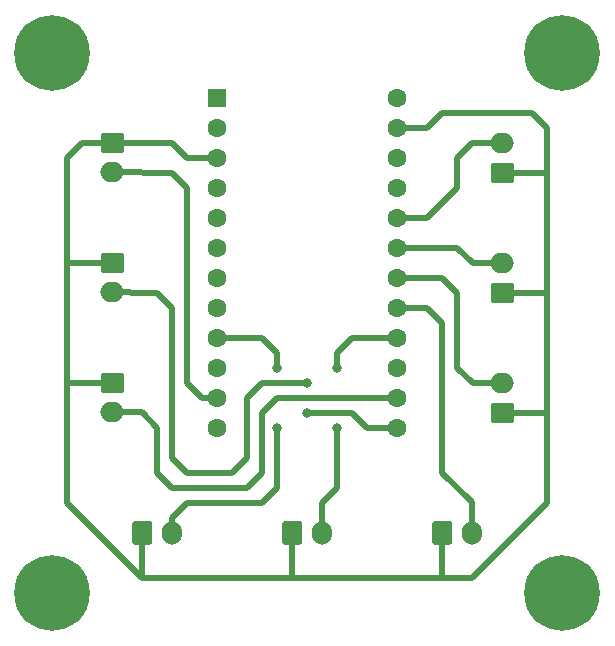
<source format=gbr>
G04 #@! TF.GenerationSoftware,KiCad,Pcbnew,(5.1.5)-3*
G04 #@! TF.CreationDate,2020-03-31T15:12:15+09:00*
G04 #@! TF.ProjectId,sif,7369662e-6b69-4636-9164-5f7063625858,rev?*
G04 #@! TF.SameCoordinates,Original*
G04 #@! TF.FileFunction,Copper,L2,Bot*
G04 #@! TF.FilePolarity,Positive*
%FSLAX46Y46*%
G04 Gerber Fmt 4.6, Leading zero omitted, Abs format (unit mm)*
G04 Created by KiCad (PCBNEW (5.1.5)-3) date 2020-03-31 15:12:15*
%MOMM*%
%LPD*%
G04 APERTURE LIST*
%ADD10C,1.600000*%
%ADD11R,1.600000X1.600000*%
%ADD12C,0.800000*%
%ADD13C,6.400000*%
%ADD14C,0.150000*%
%ADD15O,2.000000X1.700000*%
%ADD16O,1.700000X2.000000*%
%ADD17C,0.500000*%
G04 APERTURE END LIST*
D10*
X45720000Y-20320000D03*
X45720000Y-22860000D03*
X45720000Y-25400000D03*
X45720000Y-27940000D03*
X45720000Y-30480000D03*
X45720000Y-33020000D03*
X45720000Y-35560000D03*
X45720000Y-38100000D03*
X45720000Y-40640000D03*
X45720000Y-43180000D03*
X45720000Y-45720000D03*
X45720000Y-48260000D03*
X30480000Y-48260000D03*
X30480000Y-45720000D03*
X30480000Y-43180000D03*
X30480000Y-40640000D03*
X30480000Y-38100000D03*
X30480000Y-35560000D03*
X30480000Y-33020000D03*
X30480000Y-30480000D03*
X30480000Y-27940000D03*
X30480000Y-25400000D03*
X30480000Y-22860000D03*
D11*
X30480000Y-20320000D03*
D12*
X61387056Y-60532944D03*
X59690000Y-59830000D03*
X57992944Y-60532944D03*
X57290000Y-62230000D03*
X57992944Y-63927056D03*
X59690000Y-64630000D03*
X61387056Y-63927056D03*
X62090000Y-62230000D03*
D13*
X59690000Y-62230000D03*
D12*
X18207056Y-60532944D03*
X16510000Y-59830000D03*
X14812944Y-60532944D03*
X14110000Y-62230000D03*
X14812944Y-63927056D03*
X16510000Y-64630000D03*
X18207056Y-63927056D03*
X18910000Y-62230000D03*
D13*
X16510000Y-62230000D03*
D12*
X18207056Y-14812944D03*
X16510000Y-14110000D03*
X14812944Y-14812944D03*
X14110000Y-16510000D03*
X14812944Y-18207056D03*
X16510000Y-18910000D03*
X18207056Y-18207056D03*
X18910000Y-16510000D03*
D13*
X16510000Y-16510000D03*
D12*
X61387056Y-14812944D03*
X59690000Y-14110000D03*
X57992944Y-14812944D03*
X57290000Y-16510000D03*
X57992944Y-18207056D03*
X59690000Y-18910000D03*
X61387056Y-18207056D03*
X62090000Y-16510000D03*
D13*
X59690000Y-16510000D03*
G04 #@! TA.AperFunction,ComponentPad*
D14*
G36*
X55384504Y-46141204D02*
G01*
X55408773Y-46144804D01*
X55432571Y-46150765D01*
X55455671Y-46159030D01*
X55477849Y-46169520D01*
X55498893Y-46182133D01*
X55518598Y-46196747D01*
X55536777Y-46213223D01*
X55553253Y-46231402D01*
X55567867Y-46251107D01*
X55580480Y-46272151D01*
X55590970Y-46294329D01*
X55599235Y-46317429D01*
X55605196Y-46341227D01*
X55608796Y-46365496D01*
X55610000Y-46390000D01*
X55610000Y-47590000D01*
X55608796Y-47614504D01*
X55605196Y-47638773D01*
X55599235Y-47662571D01*
X55590970Y-47685671D01*
X55580480Y-47707849D01*
X55567867Y-47728893D01*
X55553253Y-47748598D01*
X55536777Y-47766777D01*
X55518598Y-47783253D01*
X55498893Y-47797867D01*
X55477849Y-47810480D01*
X55455671Y-47820970D01*
X55432571Y-47829235D01*
X55408773Y-47835196D01*
X55384504Y-47838796D01*
X55360000Y-47840000D01*
X53860000Y-47840000D01*
X53835496Y-47838796D01*
X53811227Y-47835196D01*
X53787429Y-47829235D01*
X53764329Y-47820970D01*
X53742151Y-47810480D01*
X53721107Y-47797867D01*
X53701402Y-47783253D01*
X53683223Y-47766777D01*
X53666747Y-47748598D01*
X53652133Y-47728893D01*
X53639520Y-47707849D01*
X53629030Y-47685671D01*
X53620765Y-47662571D01*
X53614804Y-47638773D01*
X53611204Y-47614504D01*
X53610000Y-47590000D01*
X53610000Y-46390000D01*
X53611204Y-46365496D01*
X53614804Y-46341227D01*
X53620765Y-46317429D01*
X53629030Y-46294329D01*
X53639520Y-46272151D01*
X53652133Y-46251107D01*
X53666747Y-46231402D01*
X53683223Y-46213223D01*
X53701402Y-46196747D01*
X53721107Y-46182133D01*
X53742151Y-46169520D01*
X53764329Y-46159030D01*
X53787429Y-46150765D01*
X53811227Y-46144804D01*
X53835496Y-46141204D01*
X53860000Y-46140000D01*
X55360000Y-46140000D01*
X55384504Y-46141204D01*
G37*
G04 #@! TD.AperFunction*
D15*
X54610000Y-44490000D03*
G04 #@! TA.AperFunction,ComponentPad*
D14*
G36*
X50154504Y-56151204D02*
G01*
X50178773Y-56154804D01*
X50202571Y-56160765D01*
X50225671Y-56169030D01*
X50247849Y-56179520D01*
X50268893Y-56192133D01*
X50288598Y-56206747D01*
X50306777Y-56223223D01*
X50323253Y-56241402D01*
X50337867Y-56261107D01*
X50350480Y-56282151D01*
X50360970Y-56304329D01*
X50369235Y-56327429D01*
X50375196Y-56351227D01*
X50378796Y-56375496D01*
X50380000Y-56400000D01*
X50380000Y-57900000D01*
X50378796Y-57924504D01*
X50375196Y-57948773D01*
X50369235Y-57972571D01*
X50360970Y-57995671D01*
X50350480Y-58017849D01*
X50337867Y-58038893D01*
X50323253Y-58058598D01*
X50306777Y-58076777D01*
X50288598Y-58093253D01*
X50268893Y-58107867D01*
X50247849Y-58120480D01*
X50225671Y-58130970D01*
X50202571Y-58139235D01*
X50178773Y-58145196D01*
X50154504Y-58148796D01*
X50130000Y-58150000D01*
X48930000Y-58150000D01*
X48905496Y-58148796D01*
X48881227Y-58145196D01*
X48857429Y-58139235D01*
X48834329Y-58130970D01*
X48812151Y-58120480D01*
X48791107Y-58107867D01*
X48771402Y-58093253D01*
X48753223Y-58076777D01*
X48736747Y-58058598D01*
X48722133Y-58038893D01*
X48709520Y-58017849D01*
X48699030Y-57995671D01*
X48690765Y-57972571D01*
X48684804Y-57948773D01*
X48681204Y-57924504D01*
X48680000Y-57900000D01*
X48680000Y-56400000D01*
X48681204Y-56375496D01*
X48684804Y-56351227D01*
X48690765Y-56327429D01*
X48699030Y-56304329D01*
X48709520Y-56282151D01*
X48722133Y-56261107D01*
X48736747Y-56241402D01*
X48753223Y-56223223D01*
X48771402Y-56206747D01*
X48791107Y-56192133D01*
X48812151Y-56179520D01*
X48834329Y-56169030D01*
X48857429Y-56160765D01*
X48881227Y-56154804D01*
X48905496Y-56151204D01*
X48930000Y-56150000D01*
X50130000Y-56150000D01*
X50154504Y-56151204D01*
G37*
G04 #@! TD.AperFunction*
D16*
X52030000Y-57150000D03*
D15*
X54610000Y-34330000D03*
G04 #@! TA.AperFunction,ComponentPad*
D14*
G36*
X55384504Y-35981204D02*
G01*
X55408773Y-35984804D01*
X55432571Y-35990765D01*
X55455671Y-35999030D01*
X55477849Y-36009520D01*
X55498893Y-36022133D01*
X55518598Y-36036747D01*
X55536777Y-36053223D01*
X55553253Y-36071402D01*
X55567867Y-36091107D01*
X55580480Y-36112151D01*
X55590970Y-36134329D01*
X55599235Y-36157429D01*
X55605196Y-36181227D01*
X55608796Y-36205496D01*
X55610000Y-36230000D01*
X55610000Y-37430000D01*
X55608796Y-37454504D01*
X55605196Y-37478773D01*
X55599235Y-37502571D01*
X55590970Y-37525671D01*
X55580480Y-37547849D01*
X55567867Y-37568893D01*
X55553253Y-37588598D01*
X55536777Y-37606777D01*
X55518598Y-37623253D01*
X55498893Y-37637867D01*
X55477849Y-37650480D01*
X55455671Y-37660970D01*
X55432571Y-37669235D01*
X55408773Y-37675196D01*
X55384504Y-37678796D01*
X55360000Y-37680000D01*
X53860000Y-37680000D01*
X53835496Y-37678796D01*
X53811227Y-37675196D01*
X53787429Y-37669235D01*
X53764329Y-37660970D01*
X53742151Y-37650480D01*
X53721107Y-37637867D01*
X53701402Y-37623253D01*
X53683223Y-37606777D01*
X53666747Y-37588598D01*
X53652133Y-37568893D01*
X53639520Y-37547849D01*
X53629030Y-37525671D01*
X53620765Y-37502571D01*
X53614804Y-37478773D01*
X53611204Y-37454504D01*
X53610000Y-37430000D01*
X53610000Y-36230000D01*
X53611204Y-36205496D01*
X53614804Y-36181227D01*
X53620765Y-36157429D01*
X53629030Y-36134329D01*
X53639520Y-36112151D01*
X53652133Y-36091107D01*
X53666747Y-36071402D01*
X53683223Y-36053223D01*
X53701402Y-36036747D01*
X53721107Y-36022133D01*
X53742151Y-36009520D01*
X53764329Y-35999030D01*
X53787429Y-35990765D01*
X53811227Y-35984804D01*
X53835496Y-35981204D01*
X53860000Y-35980000D01*
X55360000Y-35980000D01*
X55384504Y-35981204D01*
G37*
G04 #@! TD.AperFunction*
G04 #@! TA.AperFunction,ComponentPad*
G36*
X55384504Y-25821204D02*
G01*
X55408773Y-25824804D01*
X55432571Y-25830765D01*
X55455671Y-25839030D01*
X55477849Y-25849520D01*
X55498893Y-25862133D01*
X55518598Y-25876747D01*
X55536777Y-25893223D01*
X55553253Y-25911402D01*
X55567867Y-25931107D01*
X55580480Y-25952151D01*
X55590970Y-25974329D01*
X55599235Y-25997429D01*
X55605196Y-26021227D01*
X55608796Y-26045496D01*
X55610000Y-26070000D01*
X55610000Y-27270000D01*
X55608796Y-27294504D01*
X55605196Y-27318773D01*
X55599235Y-27342571D01*
X55590970Y-27365671D01*
X55580480Y-27387849D01*
X55567867Y-27408893D01*
X55553253Y-27428598D01*
X55536777Y-27446777D01*
X55518598Y-27463253D01*
X55498893Y-27477867D01*
X55477849Y-27490480D01*
X55455671Y-27500970D01*
X55432571Y-27509235D01*
X55408773Y-27515196D01*
X55384504Y-27518796D01*
X55360000Y-27520000D01*
X53860000Y-27520000D01*
X53835496Y-27518796D01*
X53811227Y-27515196D01*
X53787429Y-27509235D01*
X53764329Y-27500970D01*
X53742151Y-27490480D01*
X53721107Y-27477867D01*
X53701402Y-27463253D01*
X53683223Y-27446777D01*
X53666747Y-27428598D01*
X53652133Y-27408893D01*
X53639520Y-27387849D01*
X53629030Y-27365671D01*
X53620765Y-27342571D01*
X53614804Y-27318773D01*
X53611204Y-27294504D01*
X53610000Y-27270000D01*
X53610000Y-26070000D01*
X53611204Y-26045496D01*
X53614804Y-26021227D01*
X53620765Y-25997429D01*
X53629030Y-25974329D01*
X53639520Y-25952151D01*
X53652133Y-25931107D01*
X53666747Y-25911402D01*
X53683223Y-25893223D01*
X53701402Y-25876747D01*
X53721107Y-25862133D01*
X53742151Y-25849520D01*
X53764329Y-25839030D01*
X53787429Y-25830765D01*
X53811227Y-25824804D01*
X53835496Y-25821204D01*
X53860000Y-25820000D01*
X55360000Y-25820000D01*
X55384504Y-25821204D01*
G37*
G04 #@! TD.AperFunction*
D15*
X54610000Y-24170000D03*
G04 #@! TA.AperFunction,ComponentPad*
D14*
G36*
X37454504Y-56151204D02*
G01*
X37478773Y-56154804D01*
X37502571Y-56160765D01*
X37525671Y-56169030D01*
X37547849Y-56179520D01*
X37568893Y-56192133D01*
X37588598Y-56206747D01*
X37606777Y-56223223D01*
X37623253Y-56241402D01*
X37637867Y-56261107D01*
X37650480Y-56282151D01*
X37660970Y-56304329D01*
X37669235Y-56327429D01*
X37675196Y-56351227D01*
X37678796Y-56375496D01*
X37680000Y-56400000D01*
X37680000Y-57900000D01*
X37678796Y-57924504D01*
X37675196Y-57948773D01*
X37669235Y-57972571D01*
X37660970Y-57995671D01*
X37650480Y-58017849D01*
X37637867Y-58038893D01*
X37623253Y-58058598D01*
X37606777Y-58076777D01*
X37588598Y-58093253D01*
X37568893Y-58107867D01*
X37547849Y-58120480D01*
X37525671Y-58130970D01*
X37502571Y-58139235D01*
X37478773Y-58145196D01*
X37454504Y-58148796D01*
X37430000Y-58150000D01*
X36230000Y-58150000D01*
X36205496Y-58148796D01*
X36181227Y-58145196D01*
X36157429Y-58139235D01*
X36134329Y-58130970D01*
X36112151Y-58120480D01*
X36091107Y-58107867D01*
X36071402Y-58093253D01*
X36053223Y-58076777D01*
X36036747Y-58058598D01*
X36022133Y-58038893D01*
X36009520Y-58017849D01*
X35999030Y-57995671D01*
X35990765Y-57972571D01*
X35984804Y-57948773D01*
X35981204Y-57924504D01*
X35980000Y-57900000D01*
X35980000Y-56400000D01*
X35981204Y-56375496D01*
X35984804Y-56351227D01*
X35990765Y-56327429D01*
X35999030Y-56304329D01*
X36009520Y-56282151D01*
X36022133Y-56261107D01*
X36036747Y-56241402D01*
X36053223Y-56223223D01*
X36071402Y-56206747D01*
X36091107Y-56192133D01*
X36112151Y-56179520D01*
X36134329Y-56169030D01*
X36157429Y-56160765D01*
X36181227Y-56154804D01*
X36205496Y-56151204D01*
X36230000Y-56150000D01*
X37430000Y-56150000D01*
X37454504Y-56151204D01*
G37*
G04 #@! TD.AperFunction*
D16*
X39330000Y-57150000D03*
G04 #@! TA.AperFunction,ComponentPad*
D14*
G36*
X24754504Y-56151204D02*
G01*
X24778773Y-56154804D01*
X24802571Y-56160765D01*
X24825671Y-56169030D01*
X24847849Y-56179520D01*
X24868893Y-56192133D01*
X24888598Y-56206747D01*
X24906777Y-56223223D01*
X24923253Y-56241402D01*
X24937867Y-56261107D01*
X24950480Y-56282151D01*
X24960970Y-56304329D01*
X24969235Y-56327429D01*
X24975196Y-56351227D01*
X24978796Y-56375496D01*
X24980000Y-56400000D01*
X24980000Y-57900000D01*
X24978796Y-57924504D01*
X24975196Y-57948773D01*
X24969235Y-57972571D01*
X24960970Y-57995671D01*
X24950480Y-58017849D01*
X24937867Y-58038893D01*
X24923253Y-58058598D01*
X24906777Y-58076777D01*
X24888598Y-58093253D01*
X24868893Y-58107867D01*
X24847849Y-58120480D01*
X24825671Y-58130970D01*
X24802571Y-58139235D01*
X24778773Y-58145196D01*
X24754504Y-58148796D01*
X24730000Y-58150000D01*
X23530000Y-58150000D01*
X23505496Y-58148796D01*
X23481227Y-58145196D01*
X23457429Y-58139235D01*
X23434329Y-58130970D01*
X23412151Y-58120480D01*
X23391107Y-58107867D01*
X23371402Y-58093253D01*
X23353223Y-58076777D01*
X23336747Y-58058598D01*
X23322133Y-58038893D01*
X23309520Y-58017849D01*
X23299030Y-57995671D01*
X23290765Y-57972571D01*
X23284804Y-57948773D01*
X23281204Y-57924504D01*
X23280000Y-57900000D01*
X23280000Y-56400000D01*
X23281204Y-56375496D01*
X23284804Y-56351227D01*
X23290765Y-56327429D01*
X23299030Y-56304329D01*
X23309520Y-56282151D01*
X23322133Y-56261107D01*
X23336747Y-56241402D01*
X23353223Y-56223223D01*
X23371402Y-56206747D01*
X23391107Y-56192133D01*
X23412151Y-56179520D01*
X23434329Y-56169030D01*
X23457429Y-56160765D01*
X23481227Y-56154804D01*
X23505496Y-56151204D01*
X23530000Y-56150000D01*
X24730000Y-56150000D01*
X24754504Y-56151204D01*
G37*
G04 #@! TD.AperFunction*
D16*
X26630000Y-57150000D03*
G04 #@! TA.AperFunction,ComponentPad*
D14*
G36*
X22364504Y-43601204D02*
G01*
X22388773Y-43604804D01*
X22412571Y-43610765D01*
X22435671Y-43619030D01*
X22457849Y-43629520D01*
X22478893Y-43642133D01*
X22498598Y-43656747D01*
X22516777Y-43673223D01*
X22533253Y-43691402D01*
X22547867Y-43711107D01*
X22560480Y-43732151D01*
X22570970Y-43754329D01*
X22579235Y-43777429D01*
X22585196Y-43801227D01*
X22588796Y-43825496D01*
X22590000Y-43850000D01*
X22590000Y-45050000D01*
X22588796Y-45074504D01*
X22585196Y-45098773D01*
X22579235Y-45122571D01*
X22570970Y-45145671D01*
X22560480Y-45167849D01*
X22547867Y-45188893D01*
X22533253Y-45208598D01*
X22516777Y-45226777D01*
X22498598Y-45243253D01*
X22478893Y-45257867D01*
X22457849Y-45270480D01*
X22435671Y-45280970D01*
X22412571Y-45289235D01*
X22388773Y-45295196D01*
X22364504Y-45298796D01*
X22340000Y-45300000D01*
X20840000Y-45300000D01*
X20815496Y-45298796D01*
X20791227Y-45295196D01*
X20767429Y-45289235D01*
X20744329Y-45280970D01*
X20722151Y-45270480D01*
X20701107Y-45257867D01*
X20681402Y-45243253D01*
X20663223Y-45226777D01*
X20646747Y-45208598D01*
X20632133Y-45188893D01*
X20619520Y-45167849D01*
X20609030Y-45145671D01*
X20600765Y-45122571D01*
X20594804Y-45098773D01*
X20591204Y-45074504D01*
X20590000Y-45050000D01*
X20590000Y-43850000D01*
X20591204Y-43825496D01*
X20594804Y-43801227D01*
X20600765Y-43777429D01*
X20609030Y-43754329D01*
X20619520Y-43732151D01*
X20632133Y-43711107D01*
X20646747Y-43691402D01*
X20663223Y-43673223D01*
X20681402Y-43656747D01*
X20701107Y-43642133D01*
X20722151Y-43629520D01*
X20744329Y-43619030D01*
X20767429Y-43610765D01*
X20791227Y-43604804D01*
X20815496Y-43601204D01*
X20840000Y-43600000D01*
X22340000Y-43600000D01*
X22364504Y-43601204D01*
G37*
G04 #@! TD.AperFunction*
D15*
X21590000Y-46950000D03*
X21590000Y-36790000D03*
G04 #@! TA.AperFunction,ComponentPad*
D14*
G36*
X22364504Y-33441204D02*
G01*
X22388773Y-33444804D01*
X22412571Y-33450765D01*
X22435671Y-33459030D01*
X22457849Y-33469520D01*
X22478893Y-33482133D01*
X22498598Y-33496747D01*
X22516777Y-33513223D01*
X22533253Y-33531402D01*
X22547867Y-33551107D01*
X22560480Y-33572151D01*
X22570970Y-33594329D01*
X22579235Y-33617429D01*
X22585196Y-33641227D01*
X22588796Y-33665496D01*
X22590000Y-33690000D01*
X22590000Y-34890000D01*
X22588796Y-34914504D01*
X22585196Y-34938773D01*
X22579235Y-34962571D01*
X22570970Y-34985671D01*
X22560480Y-35007849D01*
X22547867Y-35028893D01*
X22533253Y-35048598D01*
X22516777Y-35066777D01*
X22498598Y-35083253D01*
X22478893Y-35097867D01*
X22457849Y-35110480D01*
X22435671Y-35120970D01*
X22412571Y-35129235D01*
X22388773Y-35135196D01*
X22364504Y-35138796D01*
X22340000Y-35140000D01*
X20840000Y-35140000D01*
X20815496Y-35138796D01*
X20791227Y-35135196D01*
X20767429Y-35129235D01*
X20744329Y-35120970D01*
X20722151Y-35110480D01*
X20701107Y-35097867D01*
X20681402Y-35083253D01*
X20663223Y-35066777D01*
X20646747Y-35048598D01*
X20632133Y-35028893D01*
X20619520Y-35007849D01*
X20609030Y-34985671D01*
X20600765Y-34962571D01*
X20594804Y-34938773D01*
X20591204Y-34914504D01*
X20590000Y-34890000D01*
X20590000Y-33690000D01*
X20591204Y-33665496D01*
X20594804Y-33641227D01*
X20600765Y-33617429D01*
X20609030Y-33594329D01*
X20619520Y-33572151D01*
X20632133Y-33551107D01*
X20646747Y-33531402D01*
X20663223Y-33513223D01*
X20681402Y-33496747D01*
X20701107Y-33482133D01*
X20722151Y-33469520D01*
X20744329Y-33459030D01*
X20767429Y-33450765D01*
X20791227Y-33444804D01*
X20815496Y-33441204D01*
X20840000Y-33440000D01*
X22340000Y-33440000D01*
X22364504Y-33441204D01*
G37*
G04 #@! TD.AperFunction*
D15*
X21590000Y-26630000D03*
G04 #@! TA.AperFunction,ComponentPad*
D14*
G36*
X22364504Y-23281204D02*
G01*
X22388773Y-23284804D01*
X22412571Y-23290765D01*
X22435671Y-23299030D01*
X22457849Y-23309520D01*
X22478893Y-23322133D01*
X22498598Y-23336747D01*
X22516777Y-23353223D01*
X22533253Y-23371402D01*
X22547867Y-23391107D01*
X22560480Y-23412151D01*
X22570970Y-23434329D01*
X22579235Y-23457429D01*
X22585196Y-23481227D01*
X22588796Y-23505496D01*
X22590000Y-23530000D01*
X22590000Y-24730000D01*
X22588796Y-24754504D01*
X22585196Y-24778773D01*
X22579235Y-24802571D01*
X22570970Y-24825671D01*
X22560480Y-24847849D01*
X22547867Y-24868893D01*
X22533253Y-24888598D01*
X22516777Y-24906777D01*
X22498598Y-24923253D01*
X22478893Y-24937867D01*
X22457849Y-24950480D01*
X22435671Y-24960970D01*
X22412571Y-24969235D01*
X22388773Y-24975196D01*
X22364504Y-24978796D01*
X22340000Y-24980000D01*
X20840000Y-24980000D01*
X20815496Y-24978796D01*
X20791227Y-24975196D01*
X20767429Y-24969235D01*
X20744329Y-24960970D01*
X20722151Y-24950480D01*
X20701107Y-24937867D01*
X20681402Y-24923253D01*
X20663223Y-24906777D01*
X20646747Y-24888598D01*
X20632133Y-24868893D01*
X20619520Y-24847849D01*
X20609030Y-24825671D01*
X20600765Y-24802571D01*
X20594804Y-24778773D01*
X20591204Y-24754504D01*
X20590000Y-24730000D01*
X20590000Y-23530000D01*
X20591204Y-23505496D01*
X20594804Y-23481227D01*
X20600765Y-23457429D01*
X20609030Y-23434329D01*
X20619520Y-23412151D01*
X20632133Y-23391107D01*
X20646747Y-23371402D01*
X20663223Y-23353223D01*
X20681402Y-23336747D01*
X20701107Y-23322133D01*
X20722151Y-23309520D01*
X20744329Y-23299030D01*
X20767429Y-23290765D01*
X20791227Y-23284804D01*
X20815496Y-23281204D01*
X20840000Y-23280000D01*
X22340000Y-23280000D01*
X22364504Y-23281204D01*
G37*
G04 #@! TD.AperFunction*
D12*
X40640000Y-43180000D03*
X40640000Y-48260000D03*
X35560000Y-43180000D03*
X35560000Y-48260000D03*
X38100000Y-44450000D03*
X38100000Y-46990000D03*
D17*
X45720000Y-30480000D02*
X48260000Y-30480000D01*
X54610000Y-24170000D02*
X52110000Y-24170000D01*
X48260000Y-30480000D02*
X49530000Y-29210000D01*
X49530000Y-29210000D02*
X50800000Y-27940000D01*
X50800000Y-27940000D02*
X50800000Y-25400000D01*
X50800000Y-25400000D02*
X52070000Y-24130000D01*
X45720000Y-33020000D02*
X50800000Y-33020000D01*
X52110000Y-34330000D02*
X54610000Y-34330000D01*
X50800000Y-33020000D02*
X52110000Y-34330000D01*
X52110000Y-44490000D02*
X54610000Y-44490000D01*
X50800000Y-43180000D02*
X52110000Y-44490000D01*
X50800000Y-36830000D02*
X50800000Y-43180000D01*
X45720000Y-35560000D02*
X49530000Y-35560000D01*
X49530000Y-35560000D02*
X50800000Y-36830000D01*
X45720000Y-38100000D02*
X48260000Y-38100000D01*
X48260000Y-38100000D02*
X49530000Y-39370000D01*
X52030000Y-57150000D02*
X52030000Y-54650000D01*
X52070000Y-54610000D02*
X52030000Y-54650000D01*
X49530000Y-39370000D02*
X49530000Y-52070000D01*
X52030000Y-54570000D02*
X52030000Y-54650000D01*
X49530000Y-52070000D02*
X52030000Y-54570000D01*
X45720000Y-40640000D02*
X41910000Y-40640000D01*
X39330000Y-57150000D02*
X39330000Y-54650000D01*
X41910000Y-40640000D02*
X40640000Y-41910000D01*
X39330000Y-54650000D02*
X40640000Y-53340000D01*
X40640000Y-53340000D02*
X40640000Y-48260000D01*
X40640000Y-48260000D02*
X40640000Y-48260000D01*
X40640000Y-41910000D02*
X40640000Y-41910000D01*
X40640000Y-41910000D02*
X40640000Y-43180000D01*
X40640000Y-43180000D02*
X40640000Y-43180000D01*
X40640000Y-48260000D02*
X40640000Y-48260000D01*
X30480000Y-40640000D02*
X31750000Y-40640000D01*
X31750000Y-40640000D02*
X33020000Y-40640000D01*
X33020000Y-40640000D02*
X34290000Y-40640000D01*
X34290000Y-40640000D02*
X35560000Y-41910000D01*
X26630000Y-57150000D02*
X26630000Y-55920000D01*
X26630000Y-55920000D02*
X27940000Y-54610000D01*
X27940000Y-54610000D02*
X34290000Y-54610000D01*
X34290000Y-54610000D02*
X35560000Y-53340000D01*
X35560000Y-53340000D02*
X35560000Y-48260000D01*
X35560000Y-48260000D02*
X35560000Y-48260000D01*
X35560000Y-41910000D02*
X35560000Y-41910000D01*
X35560000Y-41910000D02*
X35560000Y-43180000D01*
X35560000Y-43180000D02*
X35560000Y-43180000D01*
X35560000Y-48260000D02*
X35560000Y-48260000D01*
X21590000Y-46990000D02*
X21590000Y-46950000D01*
X45720000Y-45720000D02*
X35560000Y-45720000D01*
X35560000Y-45720000D02*
X34290000Y-46990000D01*
X34290000Y-46990000D02*
X34290000Y-52070000D01*
X34290000Y-52070000D02*
X33020000Y-53340000D01*
X33020000Y-53340000D02*
X26670000Y-53340000D01*
X21590000Y-46950000D02*
X24090000Y-46950000D01*
X24090000Y-46950000D02*
X25400000Y-48260000D01*
X25400000Y-48260000D02*
X25400000Y-52070000D01*
X25400000Y-52070000D02*
X26670000Y-53340000D01*
X23090000Y-36790000D02*
X23130000Y-36830000D01*
X21590000Y-36790000D02*
X23090000Y-36790000D01*
X23130000Y-36830000D02*
X24130000Y-36830000D01*
X24130000Y-36830000D02*
X25400000Y-36830000D01*
X25400000Y-36830000D02*
X26670000Y-38100000D01*
X26670000Y-38100000D02*
X26670000Y-50800000D01*
X26670000Y-50800000D02*
X27940000Y-52070000D01*
X27940000Y-52070000D02*
X31750000Y-52070000D01*
X31750000Y-52070000D02*
X33020000Y-50800000D01*
X33020000Y-50800000D02*
X33020000Y-45720000D01*
X33020000Y-45720000D02*
X34290000Y-44450000D01*
X45720000Y-48260000D02*
X44450000Y-48260000D01*
X44450000Y-48260000D02*
X43180000Y-48260000D01*
X43180000Y-48260000D02*
X41910000Y-46990000D01*
X41910000Y-46990000D02*
X38100000Y-46990000D01*
X34290000Y-44450000D02*
X38100000Y-44450000D01*
X38100000Y-44450000D02*
X38100000Y-44450000D01*
X38100000Y-46990000D02*
X38100000Y-46990000D01*
X27940000Y-44450000D02*
X29210000Y-45720000D01*
X29210000Y-45720000D02*
X30480000Y-45720000D01*
X27940000Y-27940000D02*
X26670000Y-26670000D01*
X21590000Y-26630000D02*
X26670000Y-26670000D01*
X27940000Y-27940000D02*
X27940000Y-44450000D01*
X24130000Y-57150000D02*
X24130000Y-60960000D01*
X49530000Y-57150000D02*
X49530000Y-60960000D01*
X49530000Y-60960000D02*
X24130000Y-60960000D01*
X36830000Y-57150000D02*
X36830000Y-60960000D01*
X17780000Y-44450000D02*
X21590000Y-44450000D01*
X54610000Y-46990000D02*
X58420000Y-46990000D01*
X58420000Y-46990000D02*
X58420000Y-26670000D01*
X58420000Y-26670000D02*
X54610000Y-26670000D01*
X54610000Y-36830000D02*
X58420000Y-36830000D01*
X21590000Y-34290000D02*
X17780000Y-34290000D01*
X17780000Y-44450000D02*
X17780000Y-54610000D01*
X17780000Y-54610000D02*
X24130000Y-60960000D01*
X49530000Y-60960000D02*
X52070000Y-60960000D01*
X58420000Y-46990000D02*
X58420000Y-54610000D01*
X58420000Y-54610000D02*
X52070000Y-60960000D01*
X30480000Y-25400000D02*
X27940000Y-25400000D01*
X27940000Y-25400000D02*
X26670000Y-24130000D01*
X26670000Y-24130000D02*
X21590000Y-24130000D01*
X19050000Y-24130000D02*
X17780000Y-25400000D01*
X17780000Y-25400000D02*
X17780000Y-44450000D01*
X21590000Y-24130000D02*
X19050000Y-24130000D01*
X45720000Y-22860000D02*
X48260000Y-22860000D01*
X58420000Y-26670000D02*
X58420000Y-22860000D01*
X58420000Y-22860000D02*
X57150000Y-21590000D01*
X57150000Y-21590000D02*
X49530000Y-21590000D01*
X49530000Y-21590000D02*
X48260000Y-22860000D01*
M02*

</source>
